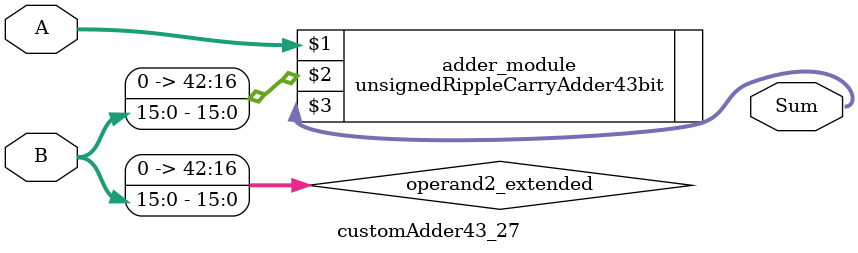
<source format=v>
module customAdder43_27(
                        input [42 : 0] A,
                        input [15 : 0] B,
                        
                        output [43 : 0] Sum
                );

        wire [42 : 0] operand2_extended;
        
        assign operand2_extended =  {27'b0, B};
        
        unsignedRippleCarryAdder43bit adder_module(
            A,
            operand2_extended,
            Sum
        );
        
        endmodule
        
</source>
